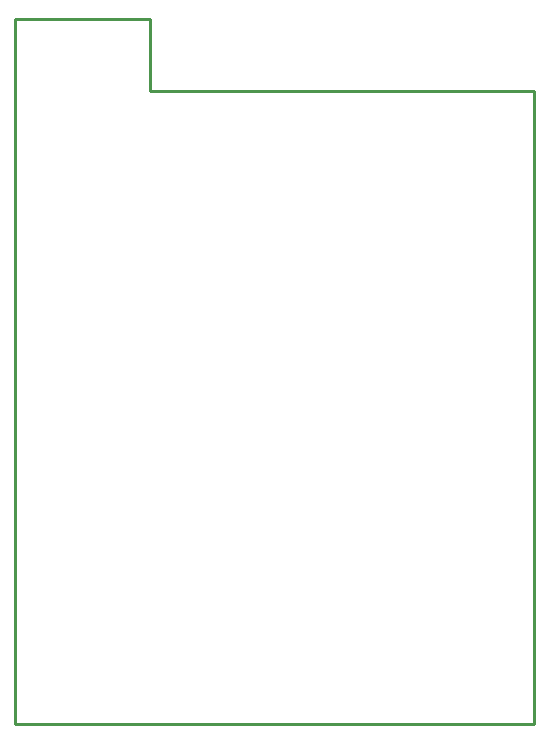
<source format=gbr>
%TF.GenerationSoftware,KiCad,Pcbnew,5.1.0-rc2-unknown-036be7d~80~ubuntu16.04.1*%
%TF.CreationDate,2022-02-04T13:28:53+02:00*%
%TF.ProjectId,STMP15x-SHIELD_Rev_A,53544d50-3135-4782-9d53-4849454c445f,A*%
%TF.SameCoordinates,Original*%
%TF.FileFunction,Profile,NP*%
%FSLAX46Y46*%
G04 Gerber Fmt 4.6, Leading zero omitted, Abs format (unit mm)*
G04 Created by KiCad (PCBNEW 5.1.0-rc2-unknown-036be7d~80~ubuntu16.04.1) date 2022-02-04 13:28:53*
%MOMM*%
%LPD*%
G04 APERTURE LIST*
%ADD10C,0.254000*%
G04 APERTURE END LIST*
D10*
X159512000Y-48133000D02*
X152527000Y-48133000D01*
X159512000Y-101727000D02*
X159512000Y-48133000D01*
X115570000Y-42037000D02*
X115570000Y-101727000D01*
X127000000Y-42037000D02*
X115570000Y-42037000D01*
X127000000Y-48133000D02*
X127000000Y-42037000D01*
X152527000Y-48133000D02*
X127000000Y-48133000D01*
X115570000Y-101727000D02*
X159512000Y-101727000D01*
M02*

</source>
